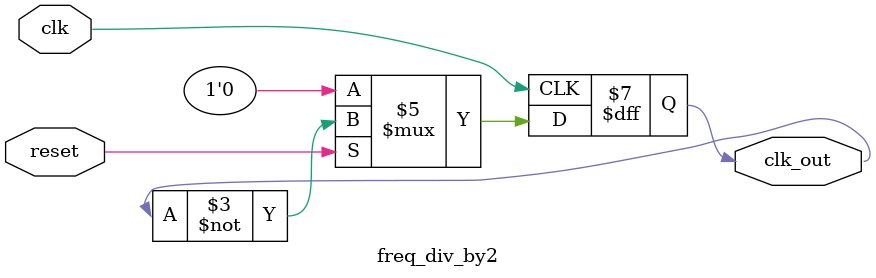
<source format=v>
module freq_div_by2 ( clk ,reset,clk_out );
output reg clk_out;
input clk ;
input reset;
always @(posedge clk)
begin
if (~reset)
     clk_out <= 1'b0;
else
     clk_out <= ~clk_out;	
end
endmodule
</source>
